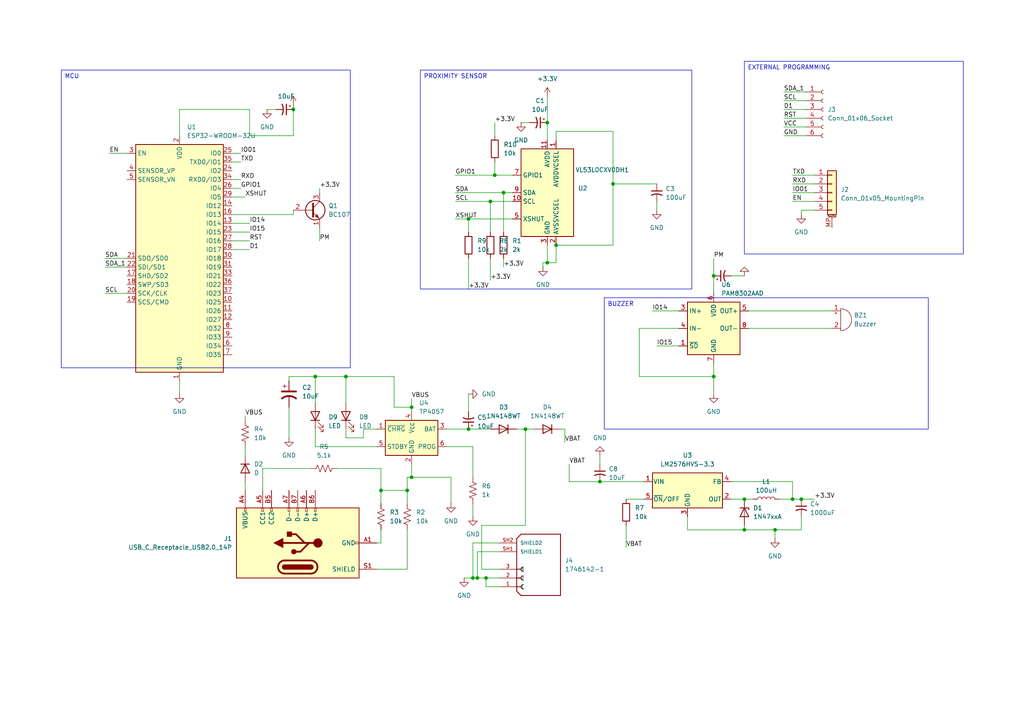
<source format=kicad_sch>
(kicad_sch (version 20250114) (generator "eeschema") (generator_version "9.0")
  (paper "A4")
  (lib_symbols
    (symbol "Amplifier_Audio:PAM8302AAD"
      (property "Reference" "U" (at 7.62 11.43 0))
      (property "Value" "PAM8302AAD" (at 7.62 8.89 0))
      (symbol "PAM8302AAD_0_1"
        (rectangle (start -7.62 7.62) (end 7.62 -7.62) (stroke (width 0.254)) (fill (type background)))
      )
      (symbol "PAM8302AAD_1_1"
        (pin input line (at -10.16 5.08 0) (length 2.54) (name "IN+") (number "3"))
        (pin input line (at -10.16 0 0) (length 2.54) (name "IN-") (number "4"))
        (pin input line (at -10.16 -5.08 0) (length 2.54) (name "~{SD}") (number "1"))
        (pin power_in line (at 0 10.16 270) (length 2.54) (name "VDD") (number "6"))
        (pin power_in line (at 0 -10.16 90) (length 2.54) (name "GND") (number "7"))
        (pin no_connect line (at 7.62 -5.08 180) (length 2.54) (hide yes) (name "NC") (number "2"))
        (pin output line (at 10.16 5.08 180) (length 2.54) (name "OUT+") (number "5"))
        (pin output line (at 10.16 0 180) (length 2.54) (name "OUT-") (number "8"))
      )
    )
    (symbol "Battery_Management:TP4057"
      (property "Reference" "U" (at -6.35 6.604 0))
      (property "Value" "TP4057" (at 1.524 6.604 0))
      (symbol "TP4057_0_1"
        (rectangle (start -7.62 5.08) (end 7.62 -5.08) (stroke (width 0.254)) (fill (type background)))
      )
      (symbol "TP4057_1_1"
        (pin open_collector line (at -10.16 2.54 0) (length 2.54) (name "~{CHRG}") (number "1"))
        (pin open_collector line (at -10.16 -2.54 0) (length 2.54) (name "STDBY") (number "5"))
        (pin power_in line (at 0 7.62 270) (length 2.54) (name "V_{CC}") (number "4"))
        (pin power_in line (at 0 -7.62 90) (length 2.54) (name "GND") (number "2"))
        (pin power_out line (at 10.16 2.54 180) (length 2.54) (name "BAT") (number "3"))
        (pin passive line (at 10.16 -2.54 180) (length 2.54) (name "PROG") (number "6"))
      )
    )
    (symbol "Connector:Conn_01x06_Socket" (pin_names (offset 1.016) (hide yes))
      (property "Reference" "J" (at 0 7.62 0))
      (property "Value" "Conn_01x06_Socket" (at 0 -10.16 0))
      (symbol "Conn_01x06_Socket_1_1"
        (polyline (pts (xy -1.27 5.08) (xy -0.508 5.08)) (stroke (width 0.1524)))
        (polyline (pts (xy -1.27 2.54) (xy -0.508 2.54)) (stroke (width 0.1524)))
        (polyline (pts (xy -1.27 0) (xy -0.508 0)) (stroke (width 0.1524)))
        (polyline (pts (xy -1.27 -2.54) (xy -0.508 -2.54)) (stroke (width 0.1524)))
        (polyline (pts (xy -1.27 -5.08) (xy -0.508 -5.08)) (stroke (width 0.1524)))
        (polyline (pts (xy -1.27 -7.62) (xy -0.508 -7.62)) (stroke (width 0.1524)))
        (arc (start 0 4.572) (mid -0.5058 5.08) (end 0 5.588) (stroke (width 0.1524)))
        (arc (start 0 2.032) (mid -0.5058 2.54) (end 0 3.048) (stroke (width 0.1524)))
        (arc (start 0 -0.508) (mid -0.5058 0) (end 0 0.508) (stroke (width 0.1524)))
        (arc (start 0 -3.048) (mid -0.5058 -2.54) (end 0 -2.032) (stroke (width 0.1524)))
        (arc (start 0 -5.588) (mid -0.5058 -5.08) (end 0 -4.572) (stroke (width 0.1524)))
        (arc (start 0 -8.128) (mid -0.5058 -7.62) (end 0 -7.112) (stroke (width 0.1524)))
        (pin passive line (at -5.08 5.08 0) (length 3.81) (name "Pin_1") (number "1"))
        (pin passive line (at -5.08 2.54 0) (length 3.81) (name "Pin_2") (number "2"))
        (pin passive line (at -5.08 0 0) (length 3.81) (name "Pin_3") (number "3"))
        (pin passive line (at -5.08 -2.54 0) (length 3.81) (name "Pin_4") (number "4"))
        (pin passive line (at -5.08 -5.08 0) (length 3.81) (name "Pin_5") (number "5"))
        (pin passive line (at -5.08 -7.62 0) (length 3.81) (name "Pin_6") (number "6"))
      )
    )
    (symbol "Connector:USB_C_Receptacle_USB2.0_14P" (pin_names (offset 1.016))
      (property "Reference" "J" (at 0 22.225 0))
      (property "Value" "USB_C_Receptacle_USB2.0_14P" (at 0 19.685 0))
      (symbol "USB_C_Receptacle_USB2.0_14P_0_0"
        (rectangle (start -0.254 -17.78) (end 0.254 -16.764))
        (rectangle (start 10.16 15.494) (end 9.144 14.986))
        (rectangle (start 10.16 10.414) (end 9.144 9.906))
        (rectangle (start 10.16 7.874) (end 9.144 7.366))
        (rectangle (start 10.16 2.794) (end 9.144 2.286))
        (rectangle (start 10.16 0.254) (end 9.144 -0.254))
        (rectangle (start 10.16 -2.286) (end 9.144 -2.794))
        (rectangle (start 10.16 -4.826) (end 9.144 -5.334))
      )
      (symbol "USB_C_Receptacle_USB2.0_14P_0_1"
        (rectangle (start -10.16 17.78) (end 10.16 -17.78) (stroke (width 0.254)) (fill (type background)))
        (polyline (pts (xy -8.89 -3.81) (xy -8.89 3.81)) (stroke (width 0.508)))
        (rectangle (start -7.62 -3.81) (end -6.35 3.81) (stroke (width 0.254)) (fill (type outline)))
        (arc (start -7.62 3.81) (mid -6.985 4.4423) (end -6.35 3.81) (stroke (width 0.254)))
        (arc (start -7.62 3.81) (mid -6.985 4.4423) (end -6.35 3.81) (stroke (width 0.254)) (fill (type outline)))
        (arc (start -8.89 3.81) (mid -6.985 5.7067) (end -5.08 3.81) (stroke (width 0.508)))
        (arc (start -5.08 -3.81) (mid -6.985 -5.7067) (end -8.89 -3.81) (stroke (width 0.508)))
        (arc (start -6.35 -3.81) (mid -6.985 -4.4423) (end -7.62 -3.81) (stroke (width 0.254)))
        (arc (start -6.35 -3.81) (mid -6.985 -4.4423) (end -7.62 -3.81) (stroke (width 0.254)) (fill (type outline)))
        (polyline (pts (xy -5.08 3.81) (xy -5.08 -3.81)) (stroke (width 0.508)))
        (circle (center -2.54 1.143) (radius 0.635) (stroke (width 0.254)) (fill (type outline)))
        (polyline (pts (xy -1.27 4.318) (xy 0 6.858) (xy 1.27 4.318) (xy -1.27 4.318)) (stroke (width 0.254)) (fill (type outline)))
        (polyline (pts (xy 0 -2.032) (xy 2.54 0.508) (xy 2.54 1.778)) (stroke (width 0.508)))
        (polyline (pts (xy 0 -3.302) (xy -2.54 -0.762) (xy -2.54 0.508)) (stroke (width 0.508)))
        (polyline (pts (xy 0 -5.842) (xy 0 4.318)) (stroke (width 0.508)))
        (circle (center 0 -5.842) (radius 1.27) (fill (type outline)))
        (rectangle (start 1.905 1.778) (end 3.175 3.048) (stroke (width 0.254)) (fill (type outline)))
      )
      (symbol "USB_C_Receptacle_USB2.0_14P_1_1"
        (pin passive line (at -7.62 -22.86 90) (length 5.08) (name "SHIELD") (number "S1"))
        (pin passive line (at 0 -22.86 90) (length 5.08) (name "GND") (number "A1"))
        (pin passive line (at 0 -22.86 90) (length 5.08) (hide yes) (name "GND") (number "A12"))
        (pin passive line (at 0 -22.86 90) (length 5.08) (hide yes) (name "GND") (number "B1"))
        (pin passive line (at 0 -22.86 90) (length 5.08) (hide yes) (name "GND") (number "B12"))
        (pin passive line (at 15.24 15.24 180) (length 5.08) (name "VBUS") (number "A4"))
        (pin passive line (at 15.24 15.24 180) (length 5.08) (hide yes) (name "VBUS") (number "A9"))
        (pin passive line (at 15.24 15.24 180) (length 5.08) (hide yes) (name "VBUS") (number "B4"))
        (pin passive line (at 15.24 15.24 180) (length 5.08) (hide yes) (name "VBUS") (number "B9"))
        (pin bidirectional line (at 15.24 10.16 180) (length 5.08) (name "CC1") (number "A5"))
        (pin bidirectional line (at 15.24 7.62 180) (length 5.08) (name "CC2") (number "B5"))
        (pin bidirectional line (at 15.24 2.54 180) (length 5.08) (name "D-") (number "A7"))
        (pin bidirectional line (at 15.24 0 180) (length 5.08) (name "D-") (number "B7"))
        (pin bidirectional line (at 15.24 -2.54 180) (length 5.08) (name "D+") (number "A6"))
        (pin bidirectional line (at 15.24 -5.08 180) (length 5.08) (name "D+") (number "B6"))
      )
    )
    (symbol "Connector_Generic_MountingPin:Conn_01x05_MountingPin" (pin_names (offset 1.016) (hide yes))
      (property "Reference" "J" (at 0 7.62 0))
      (property "Value" "Conn_01x05_MountingPin" (at 1.27 -7.62 0))
      (symbol "Conn_01x05_MountingPin_1_1"
        (rectangle (start -1.27 6.35) (end 1.27 -6.35) (stroke (width 0.254)) (fill (type background)))
        (rectangle (start -1.27 5.207) (end 0 4.953) (stroke (width 0.1524)))
        (rectangle (start -1.27 2.667) (end 0 2.413) (stroke (width 0.1524)))
        (rectangle (start -1.27 0.127) (end 0 -0.127) (stroke (width 0.1524)))
        (rectangle (start -1.27 -2.413) (end 0 -2.667) (stroke (width 0.1524)))
        (rectangle (start -1.27 -4.953) (end 0 -5.207) (stroke (width 0.1524)))
        (polyline (pts (xy -1.016 -7.112) (xy 1.016 -7.112)) (stroke (width 0.1524)))
        (text "Mounting" (at 0 -6.731 0) (effects (font (size 0.381 0.381))))
        (pin passive line (at -5.08 5.08 0) (length 3.81) (name "Pin_1") (number "1"))
        (pin passive line (at -5.08 2.54 0) (length 3.81) (name "Pin_2") (number "2"))
        (pin passive line (at -5.08 0 0) (length 3.81) (name "Pin_3") (number "3"))
        (pin passive line (at -5.08 -2.54 0) (length 3.81) (name "Pin_4") (number "4"))
        (pin passive line (at -5.08 -5.08 0) (length 3.81) (name "Pin_5") (number "5"))
        (pin passive line (at 0 -10.16 90) (length 3.048) (name "MountPin") (number "MP"))
      )
    )
    (symbol "Device:Buzzer" (pin_names (offset 0.0254) (hide yes))
      (property "Reference" "BZ" (at 3.81 1.27 0))
      (property "Value" "Buzzer" (at 3.81 -1.27 0))
      (symbol "Buzzer_0_1"
        (polyline (pts (xy -1.651 1.905) (xy -1.143 1.905)))
        (polyline (pts (xy -1.397 2.159) (xy -1.397 1.651)))
        (arc (start 0 3.175) (mid 3.1612 0) (end 0 -3.175))
        (polyline (pts (xy 0 3.175) (xy 0 -3.175)))
      )
      (symbol "Buzzer_1_1"
        (pin passive line (at -2.54 2.54 0) (length 2.54) (name "+") (number "1"))
        (pin passive line (at -2.54 -2.54 0) (length 2.54) (name "-") (number "2"))
      )
    )
    (symbol "Device:C_Polarized_Small_US" (pin_numbers (hide yes)) (pin_names (offset 0.254) (hide yes))
      (property "Reference" "C" (at 0.254 1.778 0))
      (property "Value" "C_Polarized_Small_US" (at 0.254 -2.032 0))
      (symbol "C_Polarized_Small_US_0_1"
        (polyline (pts (xy -1.524 0.508) (xy 1.524 0.508)) (stroke (width 0.3048)))
        (polyline (pts (xy -1.27 1.524) (xy -0.762 1.524)))
        (polyline (pts (xy -1.016 1.27) (xy -1.016 1.778)))
        (arc (start -1.524 -0.762) (mid 0 -0.3734) (end 1.524 -0.762) (stroke (width 0.3048)))
      )
      (symbol "C_Polarized_Small_US_1_1"
        (pin passive line (at 0 2.54 270) (length 2.032) (name "~") (number "1"))
        (pin passive line (at 0 -2.54 90) (length 2.032) (name "~") (number "2"))
      )
    )
    (symbol "Device:C_Polarized_US" (pin_numbers (hide yes)) (pin_names (offset 0.254) (hide yes))
      (property "Reference" "C" (at 0.635 2.54 0))
      (property "Value" "C_Polarized_US" (at 0.635 -2.54 0))
      (symbol "C_Polarized_US_0_1"
        (polyline (pts (xy -2.032 0.762) (xy 2.032 0.762)) (stroke (width 0.508)))
        (polyline (pts (xy -1.778 2.286) (xy -0.762 2.286)))
        (polyline (pts (xy -1.27 1.778) (xy -1.27 2.794)))
        (arc (start -2.032 -1.27) (mid 0 -0.5572) (end 2.032 -1.27) (stroke (width 0.508)))
      )
      (symbol "C_Polarized_US_1_1"
        (pin passive line (at 0 3.81 270) (length 2.794) (name "~") (number "1"))
        (pin passive line (at 0 -3.81 90) (length 3.302) (name "~") (number "2"))
      )
    )
    (symbol "Device:C_Small_US" (pin_numbers (hide yes)) (pin_names (offset 0.254) (hide yes))
      (property "Reference" "C" (at 0.254 1.778 0))
      (property "Value" "C_Small_US" (at 0.254 -2.032 0))
      (symbol "C_Small_US_0_1"
        (polyline (pts (xy -1.524 0.508) (xy 1.524 0.508)) (stroke (width 0.3048)))
        (arc (start -1.524 -0.762) (mid 0 -0.3734) (end 1.524 -0.762) (stroke (width 0.3048)))
      )
      (symbol "C_Small_US_1_1"
        (pin passive line (at 0 2.54 270) (length 2.032) (name "~") (number "1"))
        (pin passive line (at 0 -2.54 90) (length 2.032) (name "~") (number "2"))
      )
    )
    (symbol "Device:D" (pin_numbers (hide yes)) (pin_names (offset 1.016) (hide yes))
      (property "Reference" "D" (at 0 2.54 0))
      (property "Value" "D" (at 0 -2.54 0))
      (symbol "D_0_1"
        (polyline (pts (xy -1.27 1.27) (xy -1.27 -1.27)) (stroke (width 0.254)))
        (polyline (pts (xy 1.27 1.27) (xy 1.27 -1.27) (xy -1.27 0) (xy 1.27 1.27)) (stroke (width 0.254)))
        (polyline (pts (xy 1.27 0) (xy -1.27 0)))
      )
      (symbol "D_1_1"
        (pin passive line (at -3.81 0 0) (length 2.54) (name "K") (number "1"))
        (pin passive line (at 3.81 0 180) (length 2.54) (name "A") (number "2"))
      )
    )
    (symbol "Device:L" (pin_numbers (hide yes)) (pin_names (offset 1.016) (hide yes))
      (property "Reference" "L" (at -1.27 0 90))
      (property "Value" "L" (at 1.905 0 90))
      (symbol "L_0_1"
        (arc (start 0 2.54) (mid 0.6323 1.905) (end 0 1.27))
        (arc (start 0 1.27) (mid 0.6323 0.635) (end 0 0))
        (arc (start 0 0) (mid 0.6323 -0.635) (end 0 -1.27))
        (arc (start 0 -1.27) (mid 0.6323 -1.905) (end 0 -2.54))
      )
      (symbol "L_1_1"
        (pin passive line (at 0 3.81 270) (length 1.27) (name "1") (number "1"))
        (pin passive line (at 0 -3.81 90) (length 1.27) (name "2") (number "2"))
      )
    )
    (symbol "Device:R" (pin_numbers (hide yes)) (pin_names (offset 0))
      (property "Reference" "R" (at 2.032 0 90))
      (property "Value" "R" (at 0 0 90))
      (symbol "R_0_1"
        (rectangle (start -1.016 -2.54) (end 1.016 2.54) (stroke (width 0.254)))
      )
      (symbol "R_1_1"
        (pin passive line (at 0 3.81 270) (length 1.27) (name "~") (number "1"))
        (pin passive line (at 0 -3.81 90) (length 1.27) (name "~") (number "2"))
      )
    )
    (symbol "Device:R_US" (pin_numbers (hide yes)) (pin_names (offset 0))
      (property "Reference" "R" (at 2.54 0 90))
      (property "Value" "R_US" (at -2.54 0 90))
      (symbol "R_US_0_1"
        (polyline (pts (xy 0 2.286) (xy 0 2.54)))
        (polyline (pts (xy 0 2.286) (xy 1.016 1.905) (xy 0 1.524) (xy -1.016 1.143) (xy 0 0.762)))
        (polyline (pts (xy 0 0.762) (xy 1.016 0.381) (xy 0 0) (xy -1.016 -0.381) (xy 0 -0.762)))
        (polyline (pts (xy 0 -0.762) (xy 1.016 -1.143) (xy 0 -1.524) (xy -1.016 -1.905) (xy 0 -2.286)))
        (polyline (pts (xy 0 -2.286) (xy 0 -2.54)))
      )
      (symbol "R_US_1_1"
        (pin passive line (at 0 3.81 270) (length 1.27) (name "~") (number "1"))
        (pin passive line (at 0 -3.81 90) (length 1.27) (name "~") (number "2"))
      )
    )
    (symbol "Diode:1N4148WT" (pin_numbers (hide yes)) (pin_names (hide yes))
      (property "Reference" "D" (at 0 2.54 0))
      (property "Value" "1N4148WT" (at 0 -2.54 0))
      (symbol "1N4148WT_0_1"
        (polyline (pts (xy -1.27 1.27) (xy -1.27 -1.27)) (stroke (width 0.254)))
        (polyline (pts (xy 1.27 1.27) (xy 1.27 -1.27) (xy -1.27 0) (xy 1.27 1.27)) (stroke (width 0.254)))
        (polyline (pts (xy 1.27 0) (xy -1.27 0)))
      )
      (symbol "1N4148WT_1_1"
        (pin passive line (at -3.81 0 0) (length 2.54) (name "K") (number "1"))
        (pin passive line (at 3.81 0 180) (length 2.54) (name "A") (number "2"))
      )
    )
    (symbol "Diode:1N47xxA" (pin_numbers (hide yes)) (pin_names (hide yes))
      (property "Reference" "D" (at 0 2.54 0))
      (property "Value" "1N47xxA" (at 0 -2.54 0))
      (symbol "1N47xxA_0_1"
        (polyline (pts (xy -1.27 -1.27) (xy -1.27 1.27) (xy -0.762 1.27)) (stroke (width 0.254)))
        (polyline (pts (xy 1.27 0) (xy -1.27 0)))
        (polyline (pts (xy 1.27 -1.27) (xy 1.27 1.27) (xy -1.27 0) (xy 1.27 -1.27)) (stroke (width 0.254)))
      )
      (symbol "1N47xxA_1_1"
        (pin passive line (at -3.81 0 0) (length 2.54) (name "K") (number "1"))
        (pin passive line (at 3.81 0 180) (length 2.54) (name "A") (number "2"))
      )
    )
    (symbol "LED_1" (pin_numbers (hide yes)) (pin_names (offset 1.016) (hide yes))
      (property "Reference" "D" (at 0 2.54 0))
      (property "Value" "LED" (at 0 -2.54 0))
      (symbol "LED_1_0_1"
        (polyline (pts (xy -3.048 -0.762) (xy -4.572 -2.286) (xy -3.81 -2.286) (xy -4.572 -2.286) (xy -4.572 -1.524)))
        (polyline (pts (xy -1.778 -0.762) (xy -3.302 -2.286) (xy -2.54 -2.286) (xy -3.302 -2.286) (xy -3.302 -1.524)))
        (polyline (pts (xy -1.27 0) (xy 1.27 0)))
        (polyline (pts (xy -1.27 -1.27) (xy -1.27 1.27)) (stroke (width 0.254)))
        (polyline (pts (xy 1.27 -1.27) (xy 1.27 1.27) (xy -1.27 0) (xy 1.27 -1.27)) (stroke (width 0.254)))
      )
      (symbol "LED_1_1_1"
        (pin passive line (at -3.81 0 0) (length 2.54) (name "K") (number "1"))
        (pin passive line (at 3.81 0 180) (length 2.54) (name "A") (number "2"))
      )
    )
    (symbol "LED_2" (pin_numbers (hide yes)) (pin_names (offset 1.016) (hide yes))
      (property "Reference" "D" (at 0 2.54 0))
      (property "Value" "LED" (at 0 -2.54 0))
      (symbol "LED_2_0_1"
        (polyline (pts (xy -3.048 -0.762) (xy -4.572 -2.286) (xy -3.81 -2.286) (xy -4.572 -2.286) (xy -4.572 -1.524)))
        (polyline (pts (xy -1.778 -0.762) (xy -3.302 -2.286) (xy -2.54 -2.286) (xy -3.302 -2.286) (xy -3.302 -1.524)))
        (polyline (pts (xy -1.27 0) (xy 1.27 0)))
        (polyline (pts (xy -1.27 -1.27) (xy -1.27 1.27)) (stroke (width 0.254)))
        (polyline (pts (xy 1.27 -1.27) (xy 1.27 1.27) (xy -1.27 0) (xy 1.27 -1.27)) (stroke (width 0.254)))
      )
      (symbol "LED_2_1_1"
        (pin passive line (at -3.81 0 0) (length 2.54) (name "K") (number "1"))
        (pin passive line (at 3.81 0 180) (length 2.54) (name "A") (number "2"))
      )
    )
    (symbol "RF_Module:ESP32-WROOM-32U"
      (property "Reference" "U" (at -12.7 34.29 0))
      (property "Value" "ESP32-WROOM-32U" (at 1.27 34.29 0))
      (symbol "ESP32-WROOM-32U_0_1"
        (rectangle (start -12.7 33.02) (end 12.7 -33.02) (stroke (width 0.254)) (fill (type background)))
      )
      (symbol "ESP32-WROOM-32U_1_1"
        (pin input line (at -15.24 30.48 0) (length 2.54) (name "EN") (number "3"))
        (pin input line (at -15.24 25.4 0) (length 2.54) (name "SENSOR_VP") (number "4"))
        (pin input line (at -15.24 22.86 0) (length 2.54) (name "SENSOR_VN") (number "5"))
        (pin bidirectional line (at -15.24 0 0) (length 2.54) (name "SDO/SD0") (number "21"))
        (pin bidirectional line (at -15.24 -2.54 0) (length 2.54) (name "SDI/SD1") (number "22"))
        (pin bidirectional line (at -15.24 -5.08 0) (length 2.54) (name "SHD/SD2") (number "17"))
        (pin bidirectional line (at -15.24 -7.62 0) (length 2.54) (name "SWP/SD3") (number "18"))
        (pin bidirectional line (at -15.24 -10.16 0) (length 2.54) (name "SCK/CLK") (number "20"))
        (pin bidirectional line (at -15.24 -12.7 0) (length 2.54) (name "SCS/CMD") (number "19"))
        (pin no_connect line (at -12.7 -27.94 0) (length 2.54) (hide yes) (name "NC") (number "32"))
        (pin power_in line (at 0 35.56 270) (length 2.54) (name "VDD") (number "2"))
        (pin power_in line (at 0 -35.56 90) (length 2.54) (name "GND") (number "1"))
        (pin passive line (at 0 -35.56 90) (length 2.54) (hide yes) (name "GND") (number "15"))
        (pin passive line (at 0 -35.56 90) (length 2.54) (hide yes) (name "GND") (number "38"))
        (pin passive line (at 0 -35.56 90) (length 2.54) (hide yes) (name "GND") (number "39"))
        (pin bidirectional line (at 15.24 30.48 180) (length 2.54) (name "IO0") (number "25"))
        (pin bidirectional line (at 15.24 27.94 180) (length 2.54) (name "TXD0/IO1") (number "35"))
        (pin bidirectional line (at 15.24 25.4 180) (length 2.54) (name "IO2") (number "24"))
        (pin bidirectional line (at 15.24 22.86 180) (length 2.54) (name "RXD0/IO3") (number "34"))
        (pin bidirectional line (at 15.24 20.32 180) (length 2.54) (name "IO4") (number "26"))
        (pin bidirectional line (at 15.24 17.78 180) (length 2.54) (name "IO5") (number "29"))
        (pin bidirectional line (at 15.24 15.24 180) (length 2.54) (name "IO12") (number "14"))
        (pin bidirectional line (at 15.24 12.7 180) (length 2.54) (name "IO13") (number "16"))
        (pin bidirectional line (at 15.24 10.16 180) (length 2.54) (name "IO14") (number "13"))
        (pin bidirectional line (at 15.24 7.62 180) (length 2.54) (name "IO15") (number "23"))
        (pin bidirectional line (at 15.24 5.08 180) (length 2.54) (name "IO16") (number "27"))
        (pin bidirectional line (at 15.24 2.54 180) (length 2.54) (name "IO17") (number "28"))
        (pin bidirectional line (at 15.24 0 180) (length 2.54) (name "IO18") (number "30"))
        (pin bidirectional line (at 15.24 -2.54 180) (length 2.54) (name "IO19") (number "31"))
        (pin bidirectional line (at 15.24 -5.08 180) (length 2.54) (name "IO21") (number "33"))
        (pin bidirectional line (at 15.24 -7.62 180) (length 2.54) (name "IO22") (number "36"))
        (pin bidirectional line (at 15.24 -10.16 180) (length 2.54) (name "IO23") (number "37"))
        (pin bidirectional line (at 15.24 -12.7 180) (length 2.54) (name "IO25") (number "10"))
        (pin bidirectional line (at 15.24 -15.24 180) (length 2.54) (name "IO26") (number "11"))
        (pin bidirectional line (at 15.24 -17.78 180) (length 2.54) (name "IO27") (number "12"))
        (pin bidirectional line (at 15.24 -20.32 180) (length 2.54) (name "IO32") (number "8"))
        (pin bidirectional line (at 15.24 -22.86 180) (length 2.54) (name "IO33") (number "9"))
        (pin input line (at 15.24 -25.4 180) (length 2.54) (name "IO34") (number "6"))
        (pin input line (at 15.24 -27.94 180) (length 2.54) (name "IO35") (number "7"))
      )
    )
    (symbol "Regulator_Switching:LM2576HVS-3.3" (pin_names (offset 0.254))
      (property "Reference" "U" (at -10.16 6.35 0))
      (property "Value" "LM2576HVS-3.3" (at 0 6.35 0))
      (symbol "LM2576HVS-3.3_0_1"
        (rectangle (start -10.16 5.08) (end 10.16 -5.08) (stroke (width 0.254)) (fill (type background)))
      )
      (symbol "LM2576HVS-3.3_1_1"
        (pin power_in line (at -12.7 2.54 0) (length 2.54) (name "VIN") (number "1"))
        (pin input line (at -12.7 -2.54 0) (length 2.54) (name "~{ON}/OFF") (number "5"))
        (pin power_in line (at 0 -7.62 90) (length 2.54) (name "GND") (number "3"))
        (pin input line (at 12.7 2.54 180) (length 2.54) (name "FB") (number "4"))
        (pin output line (at 12.7 -2.54 180) (length 2.54) (name "OUT") (number "2"))
      )
    )
    (symbol "Sensor_Distance:VL53L0CXV0DH1"
      (property "Reference" "U" (at -6.35 13.97 0))
      (property "Value" "VL53L0CXV0DH1" (at 12.065 13.97 0))
      (symbol "VL53L0CXV0DH1_0_1"
        (rectangle (start -7.62 12.7) (end 7.62 -12.7) (stroke (width 0.254)) (fill (type background)))
      )
      (symbol "VL53L0CXV0DH1_1_1"
        (pin open_collector line (at -10.16 5.08 0) (length 2.54) (name "GPIO1") (number "7"))
        (pin bidirectional line (at -10.16 0 0) (length 2.54) (name "SDA") (number "9"))
        (pin input line (at -10.16 -2.54 0) (length 2.54) (name "SCL") (number "10"))
        (pin input line (at -10.16 -7.62 0) (length 2.54) (name "XSHUT") (number "5"))
        (pin no_connect line (at -7.62 7.62 0) (length 2.54) (hide yes) (name "DNC") (number "8"))
        (pin power_in line (at 0 15.24 270) (length 2.54) (name "AVDD") (number "11"))
        (pin passive line (at 0 -15.24 90) (length 2.54) (hide yes) (name "GND") (number "12"))
        (pin power_in line (at 0 -15.24 90) (length 2.54) (name "GND") (number "3"))
        (pin passive line (at 0 -15.24 90) (length 2.54) (hide yes) (name "GND") (number "4"))
        (pin passive line (at 0 -15.24 90) (length 2.54) (hide yes) (name "GND") (number "6"))
        (pin power_in line (at 2.54 15.24 270) (length 2.54) (name "AVDDVCSEL") (number "1"))
        (pin power_in line (at 2.54 -15.24 90) (length 2.54) (name "AVSSVCSEL") (number "2"))
      )
    )
    (symbol "Transistor_BJT:BC107" (pin_names (offset 0) (hide yes))
      (property "Reference" "Q" (at 5.08 1.905 0))
      (property "Value" "BC107" (at 5.08 0 0))
      (symbol "BC107_0_1"
        (polyline (pts (xy -2.54 0) (xy 0.635 0)))
        (polyline (pts (xy 0.635 1.905) (xy 0.635 -1.905)) (stroke (width 0.508)))
        (circle (center 1.27 0) (radius 2.8194) (stroke (width 0.254)))
      )
      (symbol "BC107_1_1"
        (polyline (pts (xy 0.635 0.635) (xy 2.54 2.54)))
        (polyline (pts (xy 0.635 -0.635) (xy 2.54 -2.54)))
        (polyline (pts (xy 1.27 -1.778) (xy 1.778 -1.27) (xy 2.286 -2.286) (xy 1.27 -1.778)) (fill (type outline)))
        (pin input line (at -5.08 0 0) (length 2.54) (name "B") (number "2"))
        (pin passive line (at 2.54 5.08 270) (length 2.54) (name "C") (number "3"))
        (pin passive line (at 2.54 -5.08 90) (length 2.54) (name "E") (number "1"))
      )
    )
    (symbol "conn_battery:1746142-1" (pin_names (offset 1.016))
      (property "Reference" "J" (at -12.7 8.89 0))
      (property "Value" "1746142-1" (at -12.7 -12.7 0))
      (symbol "1746142-1_0_0"
        (polyline (pts (xy -12.7 7.62) (xy -1.27 7.62)) (stroke (width 0.254)))
        (polyline (pts (xy -12.7 -10.16) (xy -12.7 7.62)) (stroke (width 0.254)))
        (arc (start -1.905 5.715) (mid -1.2727 5.08) (end -1.905 4.445) (stroke (width 0.254)))
        (arc (start -1.905 3.175) (mid -1.2727 2.54) (end -1.905 1.905) (stroke (width 0.254)))
        (arc (start -1.905 0.635) (mid -1.2727 0) (end -1.905 -0.635) (stroke (width 0.254)))
        (polyline (pts (xy -1.27 -10.16) (xy -12.7 -10.16)) (stroke (width 0.254)))
        (polyline (pts (xy 0 6.35) (xy -1.27 7.62)) (stroke (width 0.254)))
        (polyline (pts (xy 0 6.35) (xy 0 -8.89)) (stroke (width 0.254)))
        (polyline (pts (xy 0 5.08) (xy -1.27 5.08)) (stroke (width 0.254)))
        (polyline (pts (xy 0 2.54) (xy -1.27 2.54)) (stroke (width 0.254)))
        (polyline (pts (xy 0 0) (xy -1.27 0)) (stroke (width 0.254)))
        (polyline (pts (xy 0 -8.89) (xy -1.27 -10.16)) (stroke (width 0.254)))
        (pin passive line (at 5.08 5.08 180) (length 5.08) (name "1") (number "1"))
        (pin passive line (at 5.08 2.54 180) (length 5.08) (name "2") (number "2"))
        (pin passive line (at 5.08 0 180) (length 5.08) (name "3") (number "3"))
        (pin passive line (at 5.08 -5.08 180) (length 5.08) (name "SHIELD1") (number "SH1"))
        (pin passive line (at 5.08 -7.62 180) (length 5.08) (name "SHIELD2") (number "SH2"))
      )
    )
    (symbol "power:+3.3V" (power) (pin_numbers (hide yes)) (pin_names (offset 0) (hide yes))
      (property "Value" "+3.3V" (at 0 3.556 0))
      (symbol "+3.3V_0_1"
        (polyline (pts (xy -0.762 1.27) (xy 0 2.54)))
        (polyline (pts (xy 0 2.54) (xy 0.762 1.27)))
        (polyline (pts (xy 0 0) (xy 0 2.54)))
      )
      (symbol "+3.3V_1_1"
        (pin power_in line (at 0 0 90) (length 0) (name "~") (number "1"))
      )
    )
    (symbol "power:GND" (power) (pin_numbers (hide yes)) (pin_names (offset 0) (hide yes))
      (property "Value" "GND" (at 0 -3.81 0))
      (symbol "GND_0_1"
        (polyline (pts (xy 0 0) (xy 0 -1.27) (xy 1.27 -1.27) (xy 0 -2.54) (xy -1.27 -1.27) (xy 0 -1.27)))
      )
      (symbol "GND_1_1"
        (pin power_in line (at 0 0 270) (length 0) (name "~") (number "1"))
      )
    )
  )
  (text_box "PROXIMITY SENSOR" (at 121.92 20.32 0) (size 78.74 63.5) (margins 0.9525 0.9525 0.9525 0.9525) (effects (font (size 1.27 1.27)) (justify left top)))
  (text_box "BUZZER" (at 175.26 86.36 0) (size 93.98 38.1) (margins 0.9525 0.9525 0.9525 0.9525) (effects (font (size 1.27 1.27)) (justify left top)))
  (text_box "MCU" (at 17.78 20.32 0) (size 83.82 86.36) (margins 0.9525 0.9525 0.9525 0.9525) (effects (font (size 1.27 1.27)) (justify left top)))
  (text_box "EXTERNAL PROGRAMMING" (at 215.9 17.78 0) (size 63.5 55.88) (margins 0.9525 0.9525 0.9525 0.9525) (effects (font (size 1.27 1.27)) (justify left top)))
  (junction (at 215.9 153.67))
  (junction (at 118.11 142.24))
  (junction (at 232.41 144.78))
  (junction (at 224.79 153.67))
  (junction (at 85.09 31.75))
  (junction (at 177.8 53.34))
  (junction (at 158.75 35.56))
  (junction (at 138.43 167.64))
  (junction (at 110.49 142.24))
  (junction (at 207.01 80.01))
  (junction (at 215.9 144.78))
  (junction (at 146.05 55.88))
  (junction (at 142.24 58.42))
  (junction (at 91.44 109.22))
  (junction (at 161.29 71.12))
  (junction (at 100.33 109.22))
  (junction (at 152.4 124.46))
  (junction (at 158.75 76.2))
  (junction (at 143.51 50.8))
  (junction (at 207.01 109.22))
  (junction (at 135.89 124.46))
  (junction (at 135.89 63.5))
  (junction (at 119.38 118.11))
  (junction (at 119.38 138.43))
  (junction (at 173.99 139.7))
  (junction (at 229.87 144.78))
  (junction (at 137.16 167.64))
  (junction (at 140.97 167.64))
  (wire (pts (xy 92.71 66.04) (xy 92.71 69.85)))
  (wire (pts (xy 177.8 38.1) (xy 177.8 53.34)))
  (wire (pts (xy 118.11 165.1) (xy 118.11 153.67)))
  (wire (pts (xy 67.31 52.07) (xy 69.85 52.07)))
  (wire (pts (xy 177.8 53.34) (xy 190.5 53.34)))
  (wire (pts (xy 207.01 105.41) (xy 207.01 109.22)))
  (wire (pts (xy 76.2 135.89) (xy 90.17 135.89)))
  (wire (pts (xy 229.87 144.78) (xy 232.41 144.78)))
  (wire (pts (xy 227.33 39.37) (xy 233.68 39.37)))
  (wire (pts (xy 158.75 27.94) (xy 158.75 35.56)))
  (wire (pts (xy 143.51 50.8) (xy 148.59 50.8)))
  (wire (pts (xy 85.09 39.37) (xy 72.39 39.37)))
  (wire (pts (xy 224.79 153.67) (xy 224.79 156.21)))
  (wire (pts (xy 135.89 74.93) (xy 135.89 83.82)))
  (wire (pts (xy 137.16 129.54) (xy 137.16 138.43)))
  (wire (pts (xy 110.49 142.24) (xy 110.49 146.05)))
  (wire (pts (xy 97.79 135.89) (xy 110.49 135.89)))
  (wire (pts (xy 114.3 109.22) (xy 114.3 118.11)))
  (wire (pts (xy 129.54 129.54) (xy 137.16 129.54)))
  (wire (pts (xy 161.29 71.12) (xy 161.29 76.2)))
  (wire (pts (xy 119.38 118.11) (xy 119.38 119.38)))
  (wire (pts (xy 139.7 165.1) (xy 144.78 165.1)))
  (wire (pts (xy 173.99 139.7) (xy 186.69 139.7)))
  (wire (pts (xy 67.31 72.39) (xy 72.39 72.39)))
  (wire (pts (xy 190.5 58.42) (xy 190.5 60.96)))
  (wire (pts (xy 85.09 30.48) (xy 85.09 31.75)))
  (wire (pts (xy 212.09 144.78) (xy 215.9 144.78)))
  (wire (pts (xy 139.7 152.4) (xy 152.4 152.4)))
  (wire (pts (xy 229.87 139.7) (xy 229.87 144.78)))
  (wire (pts (xy 134.62 167.64) (xy 137.16 167.64)))
  (wire (pts (xy 232.41 149.86) (xy 232.41 153.67)))
  (wire (pts (xy 67.31 54.61) (xy 69.85 54.61)))
  (wire (pts (xy 227.33 34.29) (xy 233.68 34.29)))
  (wire (pts (xy 118.11 138.43) (xy 118.11 142.24)))
  (wire (pts (xy 173.99 132.08) (xy 173.99 134.62)))
  (wire (pts (xy 144.78 157.48) (xy 137.16 157.48)))
  (wire (pts (xy 158.75 71.12) (xy 158.75 76.2)))
  (wire (pts (xy 217.17 90.17) (xy 241.3 90.17)))
  (wire (pts (xy 85.09 62.23) (xy 85.09 60.96)))
  (wire (pts (xy 143.51 46.99) (xy 143.51 50.8)))
  (wire (pts (xy 100.33 124.46) (xy 100.33 127)))
  (wire (pts (xy 129.54 124.46) (xy 135.89 124.46)))
  (wire (pts (xy 67.31 46.99) (xy 69.85 46.99)))
  (wire (pts (xy 92.71 54.61) (xy 92.71 55.88)))
  (wire (pts (xy 229.87 55.88) (xy 236.22 55.88)))
  (wire (pts (xy 109.22 165.1) (xy 118.11 165.1)))
  (wire (pts (xy 137.16 167.64) (xy 138.43 167.64)))
  (wire (pts (xy 132.08 55.88) (xy 146.05 55.88)))
  (wire (pts (xy 161.29 40.64) (xy 161.29 38.1)))
  (wire (pts (xy 165.1 134.62) (xy 165.1 139.7)))
  (wire (pts (xy 181.61 152.4) (xy 181.61 158.75)))
  (wire (pts (xy 138.43 160.02) (xy 138.43 167.64)))
  (wire (pts (xy 165.1 139.7) (xy 173.99 139.7)))
  (wire (pts (xy 227.33 36.83) (xy 233.68 36.83)))
  (wire (pts (xy 190.5 100.33) (xy 196.85 100.33)))
  (wire (pts (xy 85.09 31.75) (xy 85.09 39.37)))
  (wire (pts (xy 140.97 167.64) (xy 144.78 167.64)))
  (wire (pts (xy 207.01 109.22) (xy 207.01 114.3)))
  (wire (pts (xy 229.87 50.8) (xy 236.22 50.8)))
  (wire (pts (xy 71.12 120.65) (xy 71.12 121.92)))
  (wire (pts (xy 83.82 118.11) (xy 83.82 127)))
  (wire (pts (xy 161.29 76.2) (xy 158.75 76.2)))
  (wire (pts (xy 229.87 58.42) (xy 236.22 58.42)))
  (wire (pts (xy 119.38 115.57) (xy 119.38 118.11)))
  (wire (pts (xy 163.83 124.46) (xy 163.83 128.27)))
  (wire (pts (xy 135.89 63.5) (xy 148.59 63.5)))
  (wire (pts (xy 135.89 124.46) (xy 142.24 124.46)))
  (wire (pts (xy 132.08 63.5) (xy 135.89 63.5)))
  (wire (pts (xy 142.24 74.93) (xy 142.24 81.28)))
  (wire (pts (xy 157.48 77.47) (xy 157.48 76.2)))
  (wire (pts (xy 72.39 31.75) (xy 52.07 31.75)))
  (wire (pts (xy 100.33 109.22) (xy 114.3 109.22)))
  (wire (pts (xy 72.39 39.37) (xy 72.39 31.75)))
  (wire (pts (xy 67.31 67.31) (xy 72.39 67.31)))
  (wire (pts (xy 152.4 124.46) (xy 152.4 152.4)))
  (wire (pts (xy 30.48 77.47) (xy 36.83 77.47)))
  (wire (pts (xy 142.24 58.42) (xy 148.59 58.42)))
  (wire (pts (xy 76.2 142.24) (xy 76.2 135.89)))
  (wire (pts (xy 31.75 44.45) (xy 36.83 44.45)))
  (wire (pts (xy 149.86 124.46) (xy 152.4 124.46)))
  (wire (pts (xy 232.41 60.96) (xy 232.41 62.23)))
  (wire (pts (xy 152.4 124.46) (xy 154.94 124.46)))
  (wire (pts (xy 67.31 62.23) (xy 85.09 62.23)))
  (wire (pts (xy 110.49 135.89) (xy 110.49 142.24)))
  (wire (pts (xy 161.29 38.1) (xy 177.8 38.1)))
  (wire (pts (xy 162.56 124.46) (xy 163.83 124.46)))
  (wire (pts (xy 146.05 55.88) (xy 146.05 67.31)))
  (wire (pts (xy 138.43 167.64) (xy 140.97 167.64)))
  (wire (pts (xy 217.17 95.25) (xy 241.3 95.25)))
  (wire (pts (xy 229.87 53.34) (xy 236.22 53.34)))
  (wire (pts (xy 207.01 80.01) (xy 207.01 85.09)))
  (wire (pts (xy 100.33 109.22) (xy 100.33 116.84)))
  (wire (pts (xy 215.9 153.67) (xy 224.79 153.67)))
  (wire (pts (xy 30.48 85.09) (xy 36.83 85.09)))
  (wire (pts (xy 114.3 118.11) (xy 119.38 118.11)))
  (wire (pts (xy 119.38 134.62) (xy 119.38 138.43)))
  (wire (pts (xy 144.78 170.18) (xy 140.97 170.18)))
  (wire (pts (xy 83.82 110.49) (xy 83.82 109.22)))
  (wire (pts (xy 135.89 114.3) (xy 135.89 119.38)))
  (wire (pts (xy 52.07 31.75) (xy 52.07 39.37)))
  (wire (pts (xy 130.81 138.43) (xy 130.81 146.05)))
  (wire (pts (xy 91.44 109.22) (xy 100.33 109.22)))
  (wire (pts (xy 52.07 110.49) (xy 52.07 114.3)))
  (wire (pts (xy 30.48 74.93) (xy 36.83 74.93)))
  (wire (pts (xy 151.13 35.56) (xy 153.67 35.56)))
  (wire (pts (xy 227.33 26.67) (xy 233.68 26.67)))
  (wire (pts (xy 77.47 31.75) (xy 80.01 31.75)))
  (wire (pts (xy 236.22 60.96) (xy 232.41 60.96)))
  (wire (pts (xy 71.12 129.54) (xy 71.12 132.08)))
  (wire (pts (xy 67.31 69.85) (xy 72.39 69.85)))
  (wire (pts (xy 189.23 90.17) (xy 196.85 90.17)))
  (wire (pts (xy 199.39 153.67) (xy 215.9 153.67)))
  (wire (pts (xy 215.9 144.78) (xy 218.44 144.78)))
  (wire (pts (xy 215.9 152.4) (xy 215.9 153.67)))
  (wire (pts (xy 185.42 109.22) (xy 207.01 109.22)))
  (wire (pts (xy 196.85 95.25) (xy 185.42 95.25)))
  (wire (pts (xy 232.41 153.67) (xy 224.79 153.67)))
  (wire (pts (xy 185.42 95.25) (xy 185.42 109.22)))
  (wire (pts (xy 181.61 144.78) (xy 186.69 144.78)))
  (wire (pts (xy 110.49 142.24) (xy 118.11 142.24)))
  (wire (pts (xy 132.08 50.8) (xy 143.51 50.8)))
  (wire (pts (xy 91.44 129.54) (xy 109.22 129.54)))
  (wire (pts (xy 140.97 170.18) (xy 140.97 167.64)))
  (wire (pts (xy 110.49 157.48) (xy 110.49 153.67)))
  (wire (pts (xy 67.31 57.15) (xy 71.12 57.15)))
  (wire (pts (xy 142.24 58.42) (xy 142.24 67.31)))
  (wire (pts (xy 135.89 63.5) (xy 135.89 67.31)))
  (wire (pts (xy 100.33 127) (xy 105.41 127)))
  (wire (pts (xy 158.75 35.56) (xy 158.75 40.64)))
  (wire (pts (xy 199.39 149.86) (xy 199.39 153.67)))
  (wire (pts (xy 207.01 74.93) (xy 207.01 80.01)))
  (wire (pts (xy 146.05 55.88) (xy 148.59 55.88)))
  (wire (pts (xy 91.44 124.46) (xy 91.44 129.54)))
  (wire (pts (xy 177.8 53.34) (xy 177.8 71.12)))
  (wire (pts (xy 212.09 80.01) (xy 215.9 80.01)))
  (wire (pts (xy 177.8 71.12) (xy 161.29 71.12)))
  (wire (pts (xy 83.82 109.22) (xy 91.44 109.22)))
  (wire (pts (xy 109.22 157.48) (xy 110.49 157.48)))
  (wire (pts (xy 118.11 142.24) (xy 118.11 146.05)))
  (wire (pts (xy 137.16 146.05) (xy 137.16 149.86)))
  (wire (pts (xy 227.33 31.75) (xy 233.68 31.75)))
  (wire (pts (xy 139.7 152.4) (xy 139.7 165.1)))
  (wire (pts (xy 226.06 144.78) (xy 229.87 144.78)))
  (wire (pts (xy 118.11 138.43) (xy 119.38 138.43)))
  (wire (pts (xy 105.41 124.46) (xy 109.22 124.46)))
  (wire (pts (xy 91.44 109.22) (xy 91.44 116.84)))
  (wire (pts (xy 232.41 144.78) (xy 236.22 144.78)))
  (wire (pts (xy 144.78 160.02) (xy 138.43 160.02)))
  (wire (pts (xy 227.33 29.21) (xy 233.68 29.21)))
  (wire (pts (xy 137.16 157.48) (xy 137.16 167.64)))
  (wire (pts (xy 132.08 58.42) (xy 142.24 58.42)))
  (wire (pts (xy 157.48 76.2) (xy 158.75 76.2)))
  (wire (pts (xy 146.05 74.93) (xy 146.05 77.47)))
  (wire (pts (xy 119.38 138.43) (xy 130.81 138.43)))
  (wire (pts (xy 212.09 139.7) (xy 229.87 139.7)))
  (wire (pts (xy 67.31 64.77) (xy 72.39 64.77)))
  (wire (pts (xy 71.12 139.7) (xy 71.12 142.24)))
  (wire (pts (xy 143.51 35.56) (xy 143.51 39.37)))
  (wire (pts (xy 67.31 44.45) (xy 69.85 44.45)))
  (wire (pts (xy 105.41 127) (xy 105.41 124.46)))
  (label "SCL" (at 30.48 85.09 0))
  (label "VCC" (at 227.33 36.83 0))
  (label "SCL" (at 132.08 58.42 0))
  (label "GPIO1" (at 69.85 54.61 0))
  (label "+3.3V" (at 92.71 54.61 0))
  (label "VBAT" (at 181.61 158.75 0))
  (label "XSHUT" (at 71.12 57.15 0))
  (label "SDA_1" (at 30.48 77.47 0))
  (label "IO14" (at 72.39 64.77 0))
  (label "GPIO1" (at 132.08 50.8 0))
  (label "SDA" (at 30.48 74.93 0))
  (label "RST" (at 227.33 34.29 0))
  (label "IO15" (at 190.5 100.33 0))
  (label "D1" (at 72.39 72.39 0))
  (label "SDA" (at 132.08 55.88 0))
  (label "I014" (at 189.23 90.17 0))
  (label "EN" (at 31.75 44.45 0))
  (label "IO01" (at 229.87 55.88 0))
  (label "RXD" (at 229.87 53.34 0))
  (label "TXD" (at 229.87 50.8 0))
  (label "D1" (at 227.33 31.75 0))
  (label "SDA_1" (at 227.33 26.67 0))
  (label "RST" (at 72.39 69.85 0))
  (label "XSHUT" (at 132.08 63.5 0))
  (label "VBAT" (at 163.83 128.27 0))
  (label "VBUS" (at 71.12 120.65 0))
  (label "+3.3V" (at 143.51 35.56 0))
  (label "VBAT" (at 165.1 134.62 0))
  (label "TXD" (at 69.85 46.99 0))
  (label "RXD" (at 69.85 52.07 0))
  (label "IO01" (at 69.85 44.45 0))
  (label "+3.3V" (at 236.22 144.78 0))
  (label "+3.3V" (at 135.89 83.82 0))
  (label "+3.3V" (at 142.24 81.28 0))
  (label "+3.3V" (at 146.05 77.47 0))
  (label "SCL" (at 227.33 29.21 0))
  (label "PM" (at 92.71 69.85 0))
  (label "PM" (at 207.01 74.93 0))
  (label "GND" (at 227.33 39.37 0))
  (label "EN" (at 229.87 58.42 0))
  (label "IO15" (at 72.39 67.31 0))
  (label "VBUS" (at 119.38 115.57 0))
  (symbol (lib_id "Connector:Conn_01x06_Socket") (at 238.76 31.75 0) (unit 1)
    (property "Reference" "J3" (at 240.03 31.7499 0) (effects (justify left)))
    (property "Value" "Conn_01x06_Socket" (at 240.03 34.2899 0) (effects (justify left)))
    (property "Footprint" "Connector_Phoenix_MC_HighVoltage:PhoenixContact_MC_1,5_6-GF-5.08_1x06_P5.08mm_Horizontal_ThreadedFlange_MountHole" (effects (hide yes)))
    (property "Description" "Generic connector, single row, 01x06, script generated" (effects (hide yes)))
  )
  (symbol (lib_id "power:GND") (at 134.62 167.64 0) (unit 1)
    (property "Reference" "#PWR04" (effects (hide yes)))
    (property "Value" "GND" (at 134.62 172.72 0))
    (property "Description" "Power symbol creates a global label with name \"GND\" , ground" (effects (hide yes)))
  )
  (symbol (lib_id "power:GND") (at 173.99 132.08 180) (unit 1)
    (property "Reference" "#PWR018" (effects (hide yes)))
    (property "Value" "GND" (at 173.99 127 0))
    (property "Description" "Power symbol creates a global label with name \"GND\" , ground" (effects (hide yes)))
  )
  (symbol (lib_id "power:GND") (at 135.89 114.3 90) (unit 1)
    (property "Reference" "#PWR010" (effects (hide yes)))
    (property "Value" "GND" (at 139.7 114.2999 90) (effects (justify right)))
    (property "Description" "Power symbol creates a global label with name \"GND\" , ground" (effects (hide yes)))
  )
  (symbol (lib_id "Connector_Generic_MountingPin:Conn_01x05_MountingPin") (at 241.3 55.88 0) (unit 1)
    (property "Reference" "J2" (at 243.84 54.9655 0) (effects (justify left)))
    (property "Value" "Conn_01x05_MountingPin" (at 243.84 57.5055 0) (effects (justify left)))
    (property "Footprint" "Connector_PinHeader_1.00mm:PinHeader_1x05_P1.00mm_Horizontal" (effects (hide yes)))
    (property "Description" "Generic connectable mounting pin connector, single row, 01x05, script generated (kicad-library-utils/schlib/autogen/connector/)" (effects (hide yes)))
  )
  (symbol (lib_id "Device:Buzzer") (at 243.84 92.71 0) (unit 1)
    (property "Reference" "BZ1" (at 247.65 91.4399 0) (effects (justify left)))
    (property "Value" "Buzzer" (at 247.65 93.9799 0) (effects (justify left)))
    (property "Description" "Buzzer, polarized" (effects (hide yes)))
  )
  (symbol (lib_id "Device:R_US") (at 71.12 125.73 180) (unit 1)
    (property "Reference" "R4" (at 73.66 124.4599 0) (effects (justify right)))
    (property "Value" "10k" (at 73.66 126.9999 0) (effects (justify right)))
    (property "Footprint" "Resistor_SMD:R_0201_0603Metric" (effects (hide yes)))
    (property "Description" "Resistor, US symbol" (effects (hide yes)))
  )
  (symbol (lib_id "Device:C_Polarized_Small_US") (at 135.89 121.92 180) (unit 1)
    (property "Reference" "C5" (at 138.43 121.0817 0) (effects (justify right)))
    (property "Value" "10uF" (at 138.43 123.6217 0) (effects (justify right)))
    (property "Footprint" "Capacitor_SMD:C_0201_0603Metric" (effects (hide yes)))
    (property "Description" "Polarized capacitor, small US symbol" (effects (hide yes)))
  )
  (symbol (lib_name "LED_2") (lib_id "Device:LED") (at 91.44 120.65 90) (unit 1)
    (property "Reference" "D9" (at 95.25 120.9674 90) (effects (justify right)))
    (property "Value" "LED" (at 95.25 123.5074 90) (effects (justify right)))
    (property "Footprint" "LED_SMD:LED_0201_0603Metric" (effects (hide yes)))
    (property "Description" "Light emitting diode" (effects (hide yes)))
    (property "Sim.Pins" "1=K 2=A" (effects (hide yes)))
  )
  (symbol (lib_id "Diode:1N4148WT") (at 146.05 124.46 180) (unit 1)
    (property "Reference" "D3" (at 146.05 118.11 0))
    (property "Value" "1N4148WT" (at 146.05 120.65 0))
    (property "Footprint" "Diode_SMD:D_SOD-523" (effects (hide yes)))
    (property "Datasheet" "https://www.diodes.com/assets/Datasheets/ds30396.pdf" (effects (hide yes)))
    (property "Description" "75V 0.15A Fast switching Diode, SOD-523" (effects (hide yes)))
    (property "Sim.Device" "D" (effects (hide yes)))
    (property "Sim.Pins" "1=K 2=A" (effects (hide yes)))
  )
  (symbol (lib_id "Device:R") (at 135.89 71.12 0) (unit 1)
    (property "Reference" "R9" (at 138.43 69.8499 0) (effects (justify left)))
    (property "Value" "10k" (at 138.43 72.3899 0) (effects (justify left)))
    (property "Footprint" "Resistor_SMD:R_0201_0603Metric" (effects (hide yes)))
    (property "Description" "Resistor" (effects (hide yes)))
  )
  (symbol (lib_id "Device:R_US") (at 93.98 135.89 90) (unit 1)
    (property "Reference" "R5" (at 93.98 129.54 90))
    (property "Value" "5.1k" (at 93.98 132.08 90))
    (property "Footprint" "Resistor_SMD:R_0201_0603Metric" (effects (hide yes)))
    (property "Description" "Resistor, US symbol" (effects (hide yes)))
  )
  (symbol (lib_id "Diode:1N47xxA") (at 215.9 148.59 270) (unit 1)
    (property "Reference" "D1" (at 218.44 147.3199 90) (effects (justify left)))
    (property "Value" "1N47xxA" (at 218.44 149.8599 90) (effects (justify left)))
    (property "Footprint" "Diode_THT:D_DO-41_SOD81_P10.16mm_Horizontal" (effects (hide yes)))
    (property "Datasheet" "https://www.vishay.com/docs/85816/1n4728a.pdf" (effects (hide yes)))
    (property "Description" "1300mW Silicon planar power Zener diodes, DO-41" (effects (hide yes)))
  )
  (symbol (lib_id "Device:D") (at 71.12 135.89 270) (unit 1)
    (property "Reference" "D2" (at 73.66 134.6199 90) (effects (justify left)))
    (property "Value" "D" (at 73.66 137.1599 90) (effects (justify left)))
    (property "Footprint" "Diode_SMD:D_0201_0603Metric" (effects (hide yes)))
    (property "Description" "Diode" (effects (hide yes)))
    (property "Sim.Device" "D" (effects (hide yes)))
    (property "Sim.Pins" "1=K 2=A" (effects (hide yes)))
  )
  (symbol (lib_id "Device:C_Small_US") (at 190.5 55.88 0) (unit 1)
    (property "Reference" "C3" (at 193.04 54.7369 0) (effects (justify left)))
    (property "Value" "100uF" (at 193.04 57.2769 0) (effects (justify left)))
    (property "Footprint" "Capacitor_SMD:C_0805_2012Metric" (effects (hide yes)))
    (property "Description" "capacitor, small US symbol" (effects (hide yes)))
  )
  (symbol (lib_id "Transistor_BJT:BC107") (at 90.17 60.96 0) (unit 1)
    (property "Reference" "Q1" (at 95.25 59.6899 0) (effects (justify left)))
    (property "Value" "BC107" (at 95.25 62.2299 0) (effects (justify left)))
    (property "Footprint" "Package_TO_SOT_THT:TO-18-3" (effects (hide yes)))
    (property "Datasheet" "http://www.b-kainka.de/Daten/Transistor/BC108.pdf" (effects (hide yes)))
    (property "Description" "0.1A Ic, 50V Vce, Low Noise General Purpose NPN Transistor, TO-18" (effects (hide yes)))
  )
  (symbol (lib_id "Device:C_Polarized_Small_US") (at 209.55 80.01 90) (unit 1)
    (property "Reference" "C6" (effects (hide yes)))
    (property "Value" "100nF" (effects (hide yes)))
    (property "Footprint" "Capacitor_SMD:C_0201_0603Metric" (effects (hide yes)))
    (property "Description" "Polarized capacitor, small US symbol" (effects (hide yes)))
  )
  (symbol (lib_id "Device:R_US") (at 137.16 142.24 0) (unit 1)
    (property "Reference" "R6" (at 139.7 140.9699 0) (effects (justify left)))
    (property "Value" "1k" (at 139.7 143.5099 0) (effects (justify left)))
    (property "Footprint" "Resistor_SMD:R_0201_0603Metric" (effects (hide yes)))
    (property "Description" "Resistor, US symbol" (effects (hide yes)))
  )
  (symbol (lib_id "Device:C_Small_US") (at 173.99 137.16 0) (unit 1)
    (property "Reference" "C8" (at 176.53 136.0169 0) (effects (justify left)))
    (property "Value" "10uF" (at 176.53 138.5569 0) (effects (justify left)))
    (property "Footprint" "Capacitor_SMD:C_0805_2012Metric" (effects (hide yes)))
    (property "Description" "capacitor, small US symbol" (effects (hide yes)))
  )
  (symbol (lib_id "Amplifier_Audio:PAM8302AAD") (at 207.01 95.25 0) (unit 1)
    (property "Reference" "U6" (at 209.2041 82.55 0) (effects (justify left)))
    (property "Value" "PAM8302AAD" (at 209.2041 85.09 0) (effects (justify left)))
    (property "Footprint" "Package_TO_SOT_SMD:SOT-23-6" (effects (hide yes)))
    (property "Datasheet" "https://www.diodes.com/assets/Datasheets/PAM8302A.pdf" (effects (hide yes)))
    (property "Description" "2.5W Filterless Class-D Mono Audio Amplifier, SOIC-8" (effects (hide yes)))
  )
  (symbol (lib_id "Battery_Management:TP4057") (at 119.38 127 0) (unit 1)
    (property "Reference" "U4" (at 121.5741 116.84 0) (effects (justify left)))
    (property "Value" "TP4057" (at 121.5741 119.38 0) (effects (justify left)))
    (property "Footprint" "Package_TO_SOT_SMD:TSOT-23-5" (effects (hide yes)))
    (property "Datasheet" "http://toppwr.com/uploadfile/file/20230304/640302a47b738.pdf" (effects (hide yes)))
    (property "Description" "Constant-current/constant-voltage linear charger for single cell lithium-ion batteries with 2.9V Trickle Charge, 4.5V to 6.5V VDD, -40 to +85 degree Celsius, TSOT-23-5" (effects (hide yes)))
  )
  (symbol (lib_id "power:GND") (at 190.5 60.96 0) (unit 1)
    (property "Reference" "#PWR09" (effects (hide yes)))
    (property "Value" "GND" (at 190.5 66.04 0))
    (property "Description" "Power symbol creates a global label with name \"GND\" , ground" (effects (hide yes)))
  )
  (symbol (lib_id "power:+3.3V") (at 158.75 27.94 0) (unit 1)
    (property "Reference" "#PWR020" (effects (hide yes)))
    (property "Value" "+3.3V" (at 158.75 22.86 0))
    (property "Description" "Power symbol creates a global label with name \"+3.3V\"" (effects (hide yes)))
  )
  (symbol (lib_id "RF_Module:ESP32-WROOM-32U") (at 52.07 74.93 0) (unit 1)
    (property "Reference" "U1" (at 54.2133 36.83 0) (effects (justify left)))
    (property "Value" "ESP32-WROOM-32U" (at 54.2133 39.37 0) (effects (justify left)))
    (property "Footprint" "RF_Module:ESP32-WROOM-32U" (effects (hide yes)))
    (property "Datasheet" "https://www.espressif.com/sites/default/files/documentation/esp32-wroom-32d_esp32-wroom-32u_datasheet_en.pdf" (effects (hide yes)))
    (property "Description" "RF Module, ESP32-D0WD SoC, Wi-Fi 802.11b/g/n, Bluetooth, BLE, 32-bit, 2.7-3.6V, external antenna, SMD" (effects (hide yes)))
  )
  (symbol (lib_id "Regulator_Switching:LM2576HVS-3.3") (at 199.39 142.24 0) (unit 1)
    (property "Reference" "U3" (at 199.39 132.08 0))
    (property "Value" "LM2576HVS-3.3" (at 199.39 134.62 0))
    (property "Footprint" "Package_TO_SOT_SMD:TO-263-5_TabPin3" (effects (hide yes)))
    (property "Datasheet" "http://www.ti.com/lit/ds/symlink/lm2576.pdf" (effects (hide yes)))
    (property "Description" "3.3V, 3A, SIMPLE SWITCHER® Step-Down Voltage Regulator, High Voltage Input, TO-263" (effects (hide yes)))
  )
  (symbol (lib_id "power:GND") (at 224.79 156.21 0) (unit 1)
    (property "Reference" "#PWR011" (effects (hide yes)))
    (property "Value" "GND" (at 224.79 161.29 0))
    (property "Description" "Power symbol creates a global label with name \"GND\" , ground" (effects (hide yes)))
  )
  (symbol (lib_id "power:GND") (at 151.13 35.56 0) (unit 1)
    (property "Reference" "#PWR014" (effects (hide yes)))
    (property "Value" "GND" (at 151.13 40.64 0))
    (property "Description" "Power symbol creates a global label with name \"GND\" , ground" (effects (hide yes)))
  )
  (symbol (lib_id "power:GND") (at 137.16 149.86 0) (unit 1)
    (property "Reference" "#PWR02" (effects (hide yes)))
    (property "Value" "GND" (at 137.16 154.94 0))
    (property "Description" "Power symbol creates a global label with name \"GND\" , ground" (effects (hide yes)))
  )
  (symbol (lib_id "Device:C_Polarized_Small_US") (at 82.55 31.75 270) (unit 1)
    (property "Reference" "C7" (effects (hide yes)))
    (property "Value" "10uF" (at 82.9818 27.94 90))
    (property "Footprint" "Capacitor_SMD:C_0201_0603Metric" (effects (hide yes)))
    (property "Description" "Polarized capacitor, small US symbol" (effects (hide yes)))
  )
  (symbol (lib_id "power:GND") (at 232.41 62.23 0) (unit 1)
    (property "Reference" "#PWR05" (effects (hide yes)))
    (property "Value" "GND" (at 232.41 67.31 0))
    (property "Description" "Power symbol creates a global label with name \"GND\" , ground" (effects (hide yes)))
  )
  (symbol (lib_id "conn_battery:1746142-1") (at 149.86 165.1 180) (unit 1)
    (property "Reference" "J4" (at 163.83 162.5599 0) (effects (justify right)))
    (property "Value" "1746142-1" (at 163.83 165.0999 0) (effects (justify right)))
    (property "Footprint" "Conn_bat1:TE_1746142-1" (effects (hide yes)))
    (property "MF" "TE Connectivity" (effects (hide yes)))
    (property "MAXIMUM_PACKAGE_HEIGHT" "6.6 mm" (effects (hide yes)))
    (property "Package" "None" (effects (hide yes)))
    (property "Price" "None" (effects (hide yes)))
    (property "Check_prices" "https://www.snapeda.com/parts/1746142-1/TE+Connectivity/view-part/?ref=eda" (effects (hide yes)))
    (property "STANDARD" "Manufacturer Recommendations" (effects (hide yes)))
    (property "PARTREV" "01" (effects (hide yes)))
    (property "SnapEDA_Link" "https://www.snapeda.com/parts/1746142-1/TE+Connectivity/view-part/?ref=snap" (effects (hide yes)))
    (property "MP" "1746142-1" (effects (hide yes)))
    (property "Description_1" "LEAF TYPE BATTERY CONN 3P" (effects (hide yes)))
    (property "Availability" "In Stock" (effects (hide yes)))
    (property "MANUFACTURER" "TE Connectivity" (effects (hide yes)))
  )
  (symbol (lib_id "Device:R") (at 181.61 148.59 0) (unit 1)
    (property "Reference" "R7" (at 184.15 147.3199 0) (effects (justify left)))
    (property "Value" "10k" (at 184.15 149.8599 0) (effects (justify left)))
    (property "Footprint" "Resistor_SMD:R_0201_0603Metric" (effects (hide yes)))
    (property "Description" "Resistor" (effects (hide yes)))
  )
  (symbol (lib_id "Device:R") (at 142.24 71.12 0) (unit 1)
    (property "Reference" "R8" (at 144.78 69.8499 0) (effects (justify left)))
    (property "Value" "2k" (at 144.78 72.3899 0) (effects (justify left)))
    (property "Footprint" "Resistor_SMD:R_0201_0603Metric" (effects (hide yes)))
    (property "Description" "Resistor" (effects (hide yes)))
  )
  (symbol (lib_id "Diode:1N4148WT") (at 158.75 124.46 180) (unit 1)
    (property "Reference" "D4" (at 158.75 118.11 0))
    (property "Value" "1N4148WT" (at 158.75 120.65 0))
    (property "Footprint" "Diode_SMD:D_SOD-523" (effects (hide yes)))
    (property "Datasheet" "https://www.diodes.com/assets/Datasheets/ds30396.pdf" (effects (hide yes)))
    (property "Description" "75V 0.15A Fast switching Diode, SOD-523" (effects (hide yes)))
    (property "Sim.Device" "D" (effects (hide yes)))
    (property "Sim.Pins" "1=K 2=A" (effects (hide yes)))
  )
  (symbol (lib_id "Device:R") (at 143.51 43.18 0) (unit 1)
    (property "Reference" "R10" (at 146.05 41.9099 0) (effects (justify left)))
    (property "Value" "10k" (at 146.05 44.4499 0) (effects (justify left)))
    (property "Footprint" "Resistor_SMD:R_0201_0603Metric" (effects (hide yes)))
    (property "Description" "Resistor" (effects (hide yes)))
  )
  (symbol (lib_id "power:+3.3V") (at 85.09 30.48 0) (unit 1)
    (property "Reference" "#PWR017" (effects (hide yes)))
    (property "Value" "+3.3V" (effects (hide yes)))
    (property "Description" "Power symbol creates a global label with name \"+3.3V\"" (effects (hide yes)))
  )
  (symbol (lib_id "Device:R") (at 146.05 71.12 0) (unit 1)
    (property "Reference" "R1" (at 148.59 69.8499 0) (effects (justify left)))
    (property "Value" "2k" (at 148.59 72.3899 0) (effects (justify left)))
    (property "Footprint" "Resistor_SMD:R_0201_0603Metric" (effects (hide yes)))
    (property "Description" "Resistor" (effects (hide yes)))
  )
  (symbol (lib_id "power:GND") (at 215.9 80.01 180) (unit 1)
    (property "Reference" "#PWR012" (effects (hide yes)))
    (property "Value" "GND" (effects (hide yes)))
    (property "Description" "Power symbol creates a global label with name \"GND\" , ground" (effects (hide yes)))
  )
  (symbol (lib_id "power:GND") (at 77.47 31.75 0) (unit 1)
    (property "Reference" "#PWR016" (effects (hide yes)))
    (property "Value" "GND" (at 77.47 36.83 0))
    (property "Description" "Power symbol creates a global label with name \"GND\" , ground" (effects (hide yes)))
  )
  (symbol (lib_id "Device:R_US") (at 118.11 149.86 0) (unit 1)
    (property "Reference" "R2" (at 120.65 148.5899 0) (effects (justify left)))
    (property "Value" "10k" (at 120.65 151.1299 0) (effects (justify left)))
    (property "Footprint" "Resistor_SMD:R_0201_0603Metric" (effects (hide yes)))
    (property "Description" "Resistor, US symbol" (effects (hide yes)))
  )
  (symbol (lib_id "power:GND") (at 130.81 146.05 0) (unit 1)
    (property "Reference" "#PWR01" (effects (hide yes)))
    (property "Value" "GND" (at 130.81 151.13 0))
    (property "Description" "Power symbol creates a global label with name \"GND\" , ground" (effects (hide yes)))
  )
  (symbol (lib_id "Device:C_Small_US") (at 232.41 147.32 0) (unit 1)
    (property "Reference" "C4" (at 234.95 146.1769 0) (effects (justify left)))
    (property "Value" "1000uF" (at 234.95 148.7169 0) (effects (justify left)))
    (property "Footprint" "Capacitor_SMD:C_0805_2012Metric" (effects (hide yes)))
    (property "Description" "capacitor, small US symbol" (effects (hide yes)))
  )
  (symbol (lib_id "power:GND") (at 157.48 77.47 0) (unit 1)
    (property "Reference" "#PWR07" (effects (hide yes)))
    (property "Value" "GND" (at 157.48 82.55 0))
    (property "Description" "Power symbol creates a global label with name \"GND\" , ground" (effects (hide yes)))
  )
  (symbol (lib_id "Device:C_Polarized_US") (at 83.82 114.3 0) (unit 1)
    (property "Reference" "C2" (at 87.63 112.3949 0) (effects (justify left)))
    (property "Value" "10uF" (at 87.63 114.9349 0) (effects (justify left)))
    (property "Footprint" "Capacitor_SMD:C_0805_2012Metric" (effects (hide yes)))
    (property "Description" "Polarized capacitor, US symbol" (effects (hide yes)))
  )
  (symbol (lib_id "Sensor_Distance:VL53L0CXV0DH1") (at 158.75 55.88 0) (unit 1)
    (property "Reference" "U2" (at 167.64 54.6099 0) (effects (justify left)))
    (property "Value" "VL53L0CXV0DH1" (at 166.878 49.276 0) (effects (justify left)))
    (property "Footprint" "Sensor_Distance:ST_VL53L1x" (effects (hide yes)))
    (property "Datasheet" "https://www.st.com/resource/en/datasheet/vl53l0x.pdf" (effects (hide yes)))
    (property "Description" "2m distance ranging ToF sensor, Optical LGA12" (effects (hide yes)))
  )
  (symbol (lib_id "power:GND") (at 207.01 114.3 0) (unit 1)
    (property "Reference" "#PWR08" (effects (hide yes)))
    (property "Value" "GND" (at 207.01 119.38 0))
    (property "Description" "Power symbol creates a global label with name \"GND\" , ground" (effects (hide yes)))
  )
  (symbol (lib_id "Connector:USB_C_Receptacle_USB2.0_14P") (at 86.36 157.48 90) (unit 1)
    (property "Reference" "J1" (at 67.31 156.2099 90) (effects (justify left)))
    (property "Value" "USB_C_Receptacle_USB2.0_14P" (at 67.31 158.7499 90) (effects (justify left)))
    (property "Footprint" "Connector_USB:USB_C_Receptacle_GCT_USB4105-xx-A_16P_TopMnt_Horizontal" (effects (hide yes)))
    (property "Datasheet" "https://www.usb.org/sites/default/files/documents/usb_type-c.zip" (effects (hide yes)))
    (property "Description" "USB 2.0-only 14P Type-C Receptacle connector" (effects (hide yes)))
  )
  (symbol (lib_id "Device:L") (at 222.25 144.78 90) (unit 1)
    (property "Reference" "L1" (at 222.25 139.7 90))
    (property "Value" "100uH" (at 222.25 142.24 90))
    (property "Footprint" "Inductor_SMD:L_Neosid_SM-PIC0512H" (effects (hide yes)))
    (property "Description" "Inductor" (effects (hide yes)))
  )
  (symbol (lib_id "Device:C_Polarized_Small_US") (at 156.21 35.56 270) (unit 1)
    (property "Reference" "C1" (at 156.6418 29.21 90))
    (property "Value" "10uF" (at 156.6418 31.75 90))
    (property "Footprint" "Capacitor_SMD:C_0201_0603Metric" (effects (hide yes)))
    (property "Description" "Polarized capacitor, small US symbol" (effects (hide yes)))
  )
  (symbol (lib_name "LED_1") (lib_id "Device:LED") (at 100.33 120.65 90) (unit 1)
    (property "Reference" "D8" (at 104.14 120.9674 90) (effects (justify right)))
    (property "Value" "LED" (at 104.14 123.5074 90) (effects (justify right)))
    (property "Footprint" "LED_SMD:LED_0201_0603Metric" (effects (hide yes)))
    (property "Description" "Light emitting diode" (effects (hide yes)))
    (property "Sim.Pins" "1=K 2=A" (effects (hide yes)))
  )
  (symbol (lib_id "Device:R_US") (at 110.49 149.86 0) (unit 1)
    (property "Reference" "R3" (at 113.03 148.5899 0) (effects (justify left)))
    (property "Value" "10k" (at 113.03 151.1299 0) (effects (justify left)))
    (property "Footprint" "Resistor_SMD:R_0201_0603Metric" (effects (hide yes)))
    (property "Description" "Resistor, US symbol" (effects (hide yes)))
  )
  (symbol (lib_id "power:GND") (at 52.07 114.3 0) (unit 1)
    (property "Reference" "#PWR06" (effects (hide yes)))
    (property "Value" "GND" (at 52.07 119.38 0))
    (property "Description" "Power symbol creates a global label with name \"GND\" , ground" (effects (hide yes)))
  )
  (symbol (lib_id "power:GND") (at 83.82 127 0) (unit 1)
    (property "Reference" "#PWR03" (effects (hide yes)))
    (property "Value" "GND" (at 83.82 132.08 0))
    (property "Description" "Power symbol creates a global label with name \"GND\" , ground" (effects (hide yes)))
  )
)
</source>
